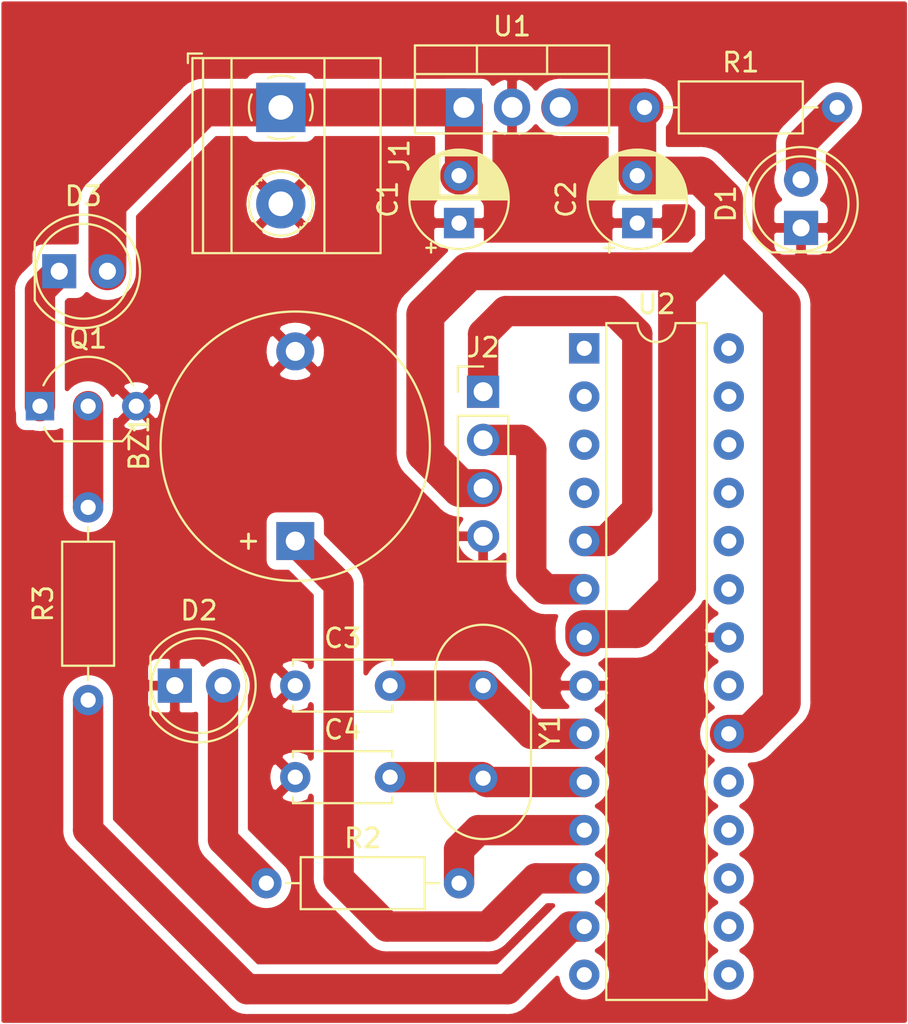
<source format=kicad_pcb>
(kicad_pcb (version 20211014) (generator pcbnew)
  (layers (0 "F.Cu" signal) (31 "B.Cu" signal) (34 "B.Paste" user) (35 "F.Paste" user) (36 "B.SilkS" user "B.Silkscreen") (37 "F.SilkS" user "F.Silkscreen") (38 "B.Mask" user) (39 "F.Mask" user) (44 "Edge.Cuts" user))
  (net 0 "")
  (net 1 "Net-(BZ1-Pad1)")
  (net 2 "GND")
  (net 3 "+9V")
  (net 4 "+5V")
  (net 5 "Net-(C3-Pad2)")
  (net 6 "Net-(C4-Pad2)")
  (net 7 "Net-(D1-Pad2)")
  (net 8 "Net-(D2-Pad2)")
  (net 9 "Net-(J2-Pad2)")
  (net 10 "Net-(J2-Pad1)")
  (net 11 "Net-(Q1-Pad2)")
  (net 12 "Net-(R2-Pad2)")
  (net 13 "Net-(R3-Pad1)")
  (net 14 "Net-(D3-Pad1)")
  (footprint "Buzzer_Beeper:Buzzer_D14mm_H7mm_P10mm" (layer "F.Cu") (at 94.742 78.994 90)
    (fp_text reference "BZ1" (at 5.16 -8.23 90) (layer "F.SilkS"))
    (fp_text value "Buzzer")
    (fp_text user "+" (at -0.01 -2.54 90) (layer "F.SilkS"))
    (fp_circle (center 5 0) (end 12.1 0) (layer "F.SilkS") (width 0.12) (fill none))
    (pad "1" thru_hole rect locked (at 0 0 90) (size 2 2) (drill 1) (layers *.Cu *.Mask) (net 1 "Net-(BZ1-Pad1)"))
    (pad "2" thru_hole circle locked (at 10 0 90) (size 2 2) (drill 1) (layers *.Cu *.Mask) (net 2 "GND"))
  )
  (footprint "Capacitor_THT:CP_Radial_D5.0mm_P2.50mm" (layer "F.Cu") (at 103.378 62.23 90)
    (fp_text reference "C1" (at 1.25 -3.75 90) (layer "F.SilkS"))
    (fp_text value "10uf")
    (fp_line (start 2.851 1.04) (end 2.851 2.035) (layer "F.SilkS") (width 0.12))
    (fp_line (start 3.331 1.04) (end 3.331 1.554) (layer "F.SilkS") (width 0.12))
    (fp_line (start 2.891 -2.004) (end 2.891 -1.04) (layer "F.SilkS") (width 0.12))
    (fp_line (start 2.931 1.04) (end 2.931 1.971) (layer "F.SilkS") (width 0.12))
    (fp_line (start 2.051 -2.455) (end 2.051 -1.04) (layer "F.SilkS") (width 0.12))
    (fp_line (start 3.691 -0.915) (end 3.691 0.915) (layer "F.SilkS") (width 0.12))
    (fp_line (start 2.011 1.04) (end 2.011 2.468) (layer "F.SilkS") (width 0.12))
    (fp_line (start 2.611 -2.2) (end 2.611 -1.04) (layer "F.SilkS") (width 0.12))
    (fp_line (start 3.011 1.04) (end 3.011 1.901) (layer "F.SilkS") (width 0.12))
    (fp_line (start 3.411 -1.443) (end 3.411 -1.04) (layer "F.SilkS") (width 0.12))
    (fp_line (start 2.291 1.04) (end 2.291 2.365) (layer "F.SilkS") (width 0.12))
    (fp_line (start 1.81 -2.52) (end 1.81 -1.04) (layer "F.SilkS") (width 0.12))
    (fp_line (start 2.091 -2.442) (end 2.091 -1.04) (layer "F.SilkS") (width 0.12))
    (fp_line (start 3.411 1.04) (end 3.411 1.443) (layer "F.SilkS") (width 0.12))
    (fp_line (start 1.89 -2.501) (end 1.89 -1.04) (layer "F.SilkS") (width 0.12))
    (fp_line (start 2.851 -2.035) (end 2.851 -1.04) (layer "F.SilkS") (width 0.12))
    (fp_line (start 2.131 1.04) (end 2.131 2.428) (layer "F.SilkS") (width 0.12))
    (fp_line (start 3.851 -0.284) (end 3.851 0.284) (layer "F.SilkS") (width 0.12))
    (fp_line (start 3.091 -1.826) (end 3.091 -1.04) (layer "F.SilkS") (width 0.12))
    (fp_line (start 1.77 -2.528) (end 1.77 -1.04) (layer "F.SilkS") (width 0.12))
    (fp_line (start 1.57 -2.561) (end 1.57 -1.04) (layer "F.SilkS") (width 0.12))
    (fp_line (start 3.291 1.04) (end 3.291 1.605) (layer "F.SilkS") (width 0.12))
    (fp_line (start 3.371 1.04) (end 3.371 1.5) (layer "F.SilkS") (width 0.12))
    (fp_line (start 1.69 1.04) (end 1.69 2.543) (layer "F.SilkS") (width 0.12))
    (fp_line (start 2.491 -2.268) (end 2.491 -1.04) (layer "F.SilkS") (width 0.12))
    (fp_line (start 2.971 -1.937) (end 2.971 -1.04) (layer "F.SilkS") (width 0.12))
    (fp_line (start 1.29 -2.58) (end 1.29 2.58) (layer "F.SilkS") (width 0.12))
    (fp_line (start 1.971 1.04) (end 1.971 2.48) (layer "F.SilkS") (width 0.12))
    (fp_line (start 2.131 -2.428) (end 2.131 -1.04) (layer "F.SilkS") (width 0.12))
    (fp_line (start 2.691 -2.149) (end 2.691 -1.04) (layer "F.SilkS") (width 0.12))
    (fp_line (start 2.651 -2.175) (end 2.651 -1.04) (layer "F.SilkS") (width 0.12))
    (fp_line (start 2.811 -2.065) (end 2.811 -1.04) (layer "F.SilkS") (width 0.12))
    (fp_line (start 1.53 1.04) (end 1.53 2.565) (layer "F.SilkS") (width 0.12))
    (fp_line (start 2.691 1.04) (end 2.691 2.149) (layer "F.SilkS") (width 0.12))
    (fp_line (start 2.331 1.04) (end 2.331 2.348) (layer "F.SilkS") (width 0.12))
    (fp_line (start 1.57 1.04) (end 1.57 2.561) (layer "F.SilkS") (width 0.12))
    (fp_line (start 3.451 -1.383) (end 3.451 -1.04) (layer "F.SilkS") (width 0.12))
    (fp_line (start 1.81 1.04) (end 1.81 2.52) (layer "F.SilkS") (width 0.12))
    (fp_line (start 1.65 -2.55) (end 1.65 -1.04) (layer "F.SilkS") (width 0.12))
    (fp_line (start 2.771 1.04) (end 2.771 2.095) (layer "F.SilkS") (width 0.12))
    (fp_line (start 3.251 -1.653) (end 3.251 -1.04) (layer "F.SilkS") (width 0.12))
    (fp_line (start 3.211 -1.699) (end 3.211 -1.04) (layer "F.SilkS") (width 0.12))
    (fp_line (start 2.251 1.04) (end 2.251 2.382) (layer "F.SilkS") (width 0.12))
    (fp_line (start 3.531 1.04) (end 3.531 1.251) (layer "F.SilkS") (width 0.12))
    (fp_line (start 3.531 -1.251) (end 3.531 -1.04) (layer "F.SilkS") (width 0.12))
    (fp_line (start 3.771 -0.677) (end 3.771 0.677) (layer "F.SilkS") (width 0.12))
    (fp_line (start 3.331 -1.554) (end 3.331 -1.04) (layer "F.SilkS") (width 0.12))
    (fp_line (start 3.651 -1.011) (end 3.651 1.011) (layer "F.SilkS") (width 0.12))
    (fp_line (start 1.41 -2.576) (end 1.41 2.576) (layer "F.SilkS") (width 0.12))
    (fp_line (start 3.051 -1.864) (end 3.051 -1.04) (layer "F.SilkS") (width 0.12))
    (fp_line (start 3.011 -1.901) (end 3.011 -1.04) (layer "F.SilkS") (width 0.12))
    (fp_line (start 1.93 -2.491) (end 1.93 -1.04) (layer "F.SilkS") (width 0.12))
    (fp_line (start 1.85 1.04) (end 1.85 2.511) (layer "F.SilkS") (width 0.12))
    (fp_line (start 1.53 -2.565) (end 1.53 -1.04) (layer "F.SilkS") (width 0.12))
    (fp_line (start 1.73 1.04) (end 1.73 2.536) (layer "F.SilkS") (width 0.12))
    (fp_line (start 1.49 1.04) (end 1.49 2.569) (layer "F.SilkS") (width 0.12))
    (fp_line (start 3.451 1.04) (end 3.451 1.383) (layer "F.SilkS") (width 0.12))
    (fp_line (start 2.971 1.04) (end 2.971 1.937) (layer "F.SilkS") (width 0.12))
    (fp_line (start 2.411 -2.31) (end 2.411 -1.04) (layer "F.SilkS") (width 0.12))
    (fp_line (start 3.491 -1.319) (end 3.491 -1.04) (layer "F.SilkS") (width 0.12))
    (fp_line (start 2.451 1.04) (end 2.451 2.29) (layer "F.SilkS") (width 0.12))
    (fp_line (start 2.731 -2.122) (end 2.731 -1.04) (layer "F.SilkS") (width 0.12))
    (fp_line (start 1.61 -2.556) (end 1.61 -1.04) (layer "F.SilkS") (width 0.12))
    (fp_line (start 1.49 -2.569) (end 1.49 -1.04) (layer "F.SilkS") (width 0.12))
    (fp_line (start 2.251 -2.382) (end 2.251 -1.04) (layer "F.SilkS") (width 0.12))
    (fp_line (start 1.73 -2.536) (end 1.73 -1.04) (layer "F.SilkS") (width 0.12))
    (fp_line (start 2.531 -2.247) (end 2.531 -1.04) (layer "F.SilkS") (width 0.12))
    (fp_line (start 1.89 1.04) (end 1.89 2.501) (layer "F.SilkS") (width 0.12))
    (fp_line (start 2.571 1.04) (end 2.571 2.224) (layer "F.SilkS") (width 0.12))
    (fp_line (start 1.85 -2.511) (end 1.85 -1.04) (layer "F.SilkS") (width 0.12))
    (fp_line (start 3.611 -1.098) (end 3.611 1.098) (layer "F.SilkS") (width 0.12))
    (fp_line (start 2.371 -2.329) (end 2.371 -1.04) (layer "F.SilkS") (width 0.12))
    (fp_line (start 3.091 1.04) (end 3.091 1.826) (layer "F.SilkS") (width 0.12))
    (fp_line (start 1.69 -2.543) (end 1.69 -1.04) (layer "F.SilkS") (width 0.12))
    (fp_line (start 2.491 1.04) (end 2.491 2.268) (layer "F.SilkS") (width 0.12))
    (fp_line (start 1.25 -2.58) (end 1.25 2.58) (layer "F.SilkS") (width 0.12))
    (fp_line (start 2.731 1.04) (end 2.731 2.122) (layer "F.SilkS") (width 0.12))
    (fp_line (start -1.554775 -1.475) (end -1.054775 -1.475) (layer "F.SilkS") (width 0.12))
    (fp_line (start 2.171 -2.414) (end 2.171 -1.04) (layer "F.SilkS") (width 0.12))
    (fp_line (start 3.131 1.04) (end 3.131 1.785) (layer "F.SilkS") (width 0.12))
    (fp_line (start 2.571 -2.224) (end 2.571 -1.04) (layer "F.SilkS") (width 0.12))
    (fp_line (start 2.051 1.04) (end 2.051 2.455) (layer "F.SilkS") (width 0.12))
    (fp_line (start 2.651 1.04) (end 2.651 2.175) (layer "F.SilkS") (width 0.12))
    (fp_line (start 1.37 -2.578) (end 1.37 2.578) (layer "F.SilkS") (width 0.12))
    (fp_line (start 2.811 1.04) (end 2.811 2.065) (layer "F.SilkS") (width 0.12))
    (fp_line (start 3.171 -1.743) (end 3.171 -1.04) (layer "F.SilkS") (width 0.12))
    (fp_line (start 2.891 1.04) (end 2.891 2.004) (layer "F.SilkS") (width 0.12))
    (fp_line (start 3.291 -1.605) (end 3.291 -1.04) (layer "F.SilkS") (width 0.12))
    (fp_line (start 2.171 1.04) (end 2.171 2.414) (layer "F.SilkS") (width 0.12))
    (fp_line (start 2.091 1.04) (end 2.091 2.442) (layer "F.SilkS") (width 0.12))
    (fp_line (start -1.304775 -1.725) (end -1.304775 -1.225) (layer "F.SilkS") (width 0.12))
    (fp_line (start 1.61 1.04) (end 1.61 2.556) (layer "F.SilkS") (width 0.12))
    (fp_line (start 2.931 -1.971) (end 2.931 -1.04) (layer "F.SilkS") (width 0.12))
    (fp_line (start 2.531 1.04) (end 2.531 2.247) (layer "F.SilkS") (width 0.12))
    (fp_line (start 2.611 1.04) (end 2.611 2.2) (layer "F.SilkS") (width 0.12))
    (fp_line (start 1.33 -2.579) (end 1.33 2.579) (layer "F.SilkS") (width 0.12))
    (fp_line (start 2.211 1.04) (end 2.211 2.398) (layer "F.SilkS") (width 0.12))
    (fp_line (start 2.291 -2.365) (end 2.291 -1.04) (layer "F.SilkS") (width 0.12))
    (fp_line (start 2.011 -2.468) (end 2.011 -1.04) (layer "F.SilkS") (width 0.12))
    (fp_line (start 3.491 1.04) (end 3.491 1.319) (layer "F.SilkS") (width 0.12))
    (fp_line (start 3.171 1.04) (end 3.171 1.743) (layer "F.SilkS") (width 0.12))
    (fp_line (start 1.65 1.04) (end 1.65 2.55) (layer "F.SilkS") (width 0.12))
    (fp_line (start 1.45 -2.573) (end 1.45 2.573) (layer "F.SilkS") (width 0.12))
    (fp_line (start 1.971 -2.48) (end 1.971 -1.04) (layer "F.SilkS") (width 0.12))
    (fp_line (start 1.93 1.04) (end 1.93 2.491) (layer "F.SilkS") (width 0.12))
    (fp_line (start 3.211 1.04) (end 3.211 1.699) (layer "F.SilkS") (width 0.12))
    (fp_line (start 2.771 -2.095) (end 2.771 -1.04) (layer "F.SilkS") (width 0.12))
    (fp_line (start 3.131 -1.785) (end 3.131 -1.04) (layer "F.SilkS") (width 0.12))
    (fp_line (start 2.331 -2.348) (end 2.331 -1.04) (layer "F.SilkS") (width 0.12))
    (fp_line (start 3.571 -1.178) (end 3.571 1.178) (layer "F.SilkS") (width 0.12))
    (fp_line (start 2.451 -2.29) (end 2.451 -1.04) (layer "F.SilkS") (width 0.12))
    (fp_line (start 3.731 -0.805) (end 3.731 0.805) (layer "F.SilkS") (width 0.12))
    (fp_line (start 3.811 -0.518) (end 3.811 0.518) (layer "F.SilkS") (width 0.12))
    (fp_line (start 1.77 1.04) (end 1.77 2.528) (layer "F.SilkS") (width 0.12))
    (fp_line (start 3.251 1.04) (end 3.251 1.653) (layer "F.SilkS") (width 0.12))
    (fp_line (start 2.371 1.04) (end 2.371 2.329) (layer "F.SilkS") (width 0.12))
    (fp_line (start 2.211 -2.398) (end 2.211 -1.04) (layer "F.SilkS") (width 0.12))
    (fp_line (start 3.371 -1.5) (end 3.371 -1.04) (layer "F.SilkS") (width 0.12))
    (fp_line (start 3.051 1.04) (end 3.051 1.864) (layer "F.SilkS") (width 0.12))
    (fp_line (start 2.411 1.04) (end 2.411 2.31) (layer "F.SilkS") (width 0.12))
    (fp_circle (center 1.25 0) (end 3.87 0) (layer "F.SilkS") (width 0.12) (fill none))
    (pad "1" thru_hole rect locked (at 0 0 90) (size 1.6 1.6) (drill 0.8) (layers *.Cu *.Mask) (net 2 "GND"))
    (pad "2" thru_hole circle locked (at 2.5 0 90) (size 1.6 1.6) (drill 0.8) (layers *.Cu *.Mask) (net 3 "+9V"))
  )
  (footprint "Capacitor_THT:CP_Radial_D5.0mm_P2.50mm" (layer "F.Cu") (at 112.776 62.23 90)
    (fp_text reference "C2" (at 1.25 -3.75 90) (layer "F.SilkS"))
    (fp_text value "100uf")
    (fp_line (start 2.651 1.04) (end 2.651 2.175) (layer "F.SilkS") (width 0.12))
    (fp_line (start 3.571 -1.178) (end 3.571 1.178) (layer "F.SilkS") (width 0.12))
    (fp_line (start 1.73 1.04) (end 1.73 2.536) (layer "F.SilkS") (width 0.12))
    (fp_line (start 3.651 -1.011) (end 3.651 1.011) (layer "F.SilkS") (width 0.12))
    (fp_line (start 2.411 -2.31) (end 2.411 -1.04) (layer "F.SilkS") (width 0.12))
    (fp_line (start 2.931 -1.971) (end 2.931 -1.04) (layer "F.SilkS") (width 0.12))
    (fp_line (start 1.65 -2.55) (end 1.65 -1.04) (layer "F.SilkS") (width 0.12))
    (fp_line (start 1.971 -2.48) (end 1.971 -1.04) (layer "F.SilkS") (width 0.12))
    (fp_line (start 2.211 -2.398) (end 2.211 -1.04) (layer "F.SilkS") (width 0.12))
    (fp_line (start 1.53 1.04) (end 1.53 2.565) (layer "F.SilkS") (width 0.12))
    (fp_line (start 1.65 1.04) (end 1.65 2.55) (layer "F.SilkS") (width 0.12))
    (fp_line (start 2.051 1.04) (end 2.051 2.455) (layer "F.SilkS") (width 0.12))
    (fp_line (start 3.771 -0.677) (end 3.771 0.677) (layer "F.SilkS") (width 0.12))
    (fp_line (start 2.211 1.04) (end 2.211 2.398) (layer "F.SilkS") (width 0.12))
    (fp_line (start 2.091 -2.442) (end 2.091 -1.04) (layer "F.SilkS") (width 0.12))
    (fp_line (start 1.53 -2.565) (end 1.53 -1.04) (layer "F.SilkS") (width 0.12))
    (fp_line (start 1.89 -2.501) (end 1.89 -1.04) (layer "F.SilkS") (width 0.12))
    (fp_line (start 3.131 -1.785) (end 3.131 -1.04) (layer "F.SilkS") (width 0.12))
    (fp_line (start 1.33 -2.579) (end 1.33 2.579) (layer "F.SilkS") (width 0.12))
    (fp_line (start 3.331 -1.554) (end 3.331 -1.04) (layer "F.SilkS") (width 0.12))
    (fp_line (start 3.211 -1.699) (end 3.211 -1.04) (layer "F.SilkS") (width 0.12))
    (fp_line (start 2.451 1.04) (end 2.451 2.29) (layer "F.SilkS") (width 0.12))
    (fp_line (start 3.451 1.04) (end 3.451 1.383) (layer "F.SilkS") (width 0.12))
    (fp_line (start 2.891 1.04) (end 2.891 2.004) (layer "F.SilkS") (width 0.12))
    (fp_line (start 3.211 1.04) (end 3.211 1.699) (layer "F.SilkS") (width 0.12))
    (fp_line (start 2.611 1.04) (end 2.611 2.2) (layer "F.SilkS") (width 0.12))
    (fp_line (start 3.811 -0.518) (end 3.811 0.518) (layer "F.SilkS") (width 0.12))
    (fp_line (start -1.554775 -1.475) (end -1.054775 -1.475) (layer "F.SilkS") (width 0.12))
    (fp_line (start 2.051 -2.455) (end 2.051 -1.04) (layer "F.SilkS") (width 0.12))
    (fp_line (start 2.691 1.04) (end 2.691 2.149) (layer "F.SilkS") (width 0.12))
    (fp_line (start 3.251 1.04) (end 3.251 1.653) (layer "F.SilkS") (width 0.12))
    (fp_line (start 1.69 -2.543) (end 1.69 -1.04) (layer "F.SilkS") (width 0.12))
    (fp_line (start 3.731 -0.805) (end 3.731 0.805) (layer "F.SilkS") (width 0.12))
    (fp_line (start 1.93 -2.491) (end 1.93 -1.04) (layer "F.SilkS") (width 0.12))
    (fp_line (start 1.49 1.04) (end 1.49 2.569) (layer "F.SilkS") (width 0.12))
    (fp_line (start 2.931 1.04) (end 2.931 1.971) (layer "F.SilkS") (width 0.12))
    (fp_line (start 2.891 -2.004) (end 2.891 -1.04) (layer "F.SilkS") (width 0.12))
    (fp_line (start 3.171 1.04) (end 3.171 1.743) (layer "F.SilkS") (width 0.12))
    (fp_line (start 3.091 1.04) (end 3.091 1.826) (layer "F.SilkS") (width 0.12))
    (fp_line (start 3.531 -1.251) (end 3.531 -1.04) (layer "F.SilkS") (width 0.12))
    (fp_line (start 3.171 -1.743) (end 3.171 -1.04) (layer "F.SilkS") (width 0.12))
    (fp_line (start 3.051 -1.864) (end 3.051 -1.04) (layer "F.SilkS") (width 0.12))
    (fp_line (start 3.011 -1.901) (end 3.011 -1.04) (layer "F.SilkS") (width 0.12))
    (fp_line (start 3.411 -1.443) (end 3.411 -1.04) (layer "F.SilkS") (width 0.12))
    (fp_line (start 2.251 -2.382) (end 2.251 -1.04) (layer "F.SilkS") (width 0.12))
    (fp_line (start 2.531 1.04) (end 2.531 2.247) (layer "F.SilkS") (width 0.12))
    (fp_line (start 3.291 -1.605) (end 3.291 -1.04) (layer "F.SilkS") (width 0.12))
    (fp_line (start 2.971 -1.937) (end 2.971 -1.04) (layer "F.SilkS") (width 0.12))
    (fp_line (start 1.93 1.04) (end 1.93 2.491) (layer "F.SilkS") (width 0.12))
    (fp_line (start 2.491 -2.268) (end 2.491 -1.04) (layer "F.SilkS") (width 0.12))
    (fp_line (start 2.331 -2.348) (end 2.331 -1.04) (layer "F.SilkS") (width 0.12))
    (fp_line (start 3.291 1.04) (end 3.291 1.605) (layer "F.SilkS") (width 0.12))
    (fp_line (start 1.85 1.04) (end 1.85 2.511) (layer "F.SilkS") (width 0.12))
    (fp_line (start 2.571 1.04) (end 2.571 2.224) (layer "F.SilkS") (width 0.12))
    (fp_line (start 3.411 1.04) (end 3.411 1.443) (layer "F.SilkS") (width 0.12))
    (fp_line (start 1.41 -2.576) (end 1.41 2.576) (layer "F.SilkS") (width 0.12))
    (fp_line (start 1.81 1.04) (end 1.81 2.52) (layer "F.SilkS") (width 0.12))
    (fp_line (start 2.571 -2.224) (end 2.571 -1.04) (layer "F.SilkS") (width 0.12))
    (fp_line (start 3.531 1.04) (end 3.531 1.251) (layer "F.SilkS") (width 0.12))
    (fp_line (start 2.131 -2.428) (end 2.131 -1.04) (layer "F.SilkS") (width 0.12))
    (fp_line (start 1.61 -2.556) (end 1.61 -1.04) (layer "F.SilkS") (width 0.12))
    (fp_line (start 3.371 -1.5) (end 3.371 -1.04) (layer "F.SilkS") (width 0.12))
    (fp_line (start 2.731 -2.122) (end 2.731 -1.04) (layer "F.SilkS") (width 0.12))
    (fp_line (start 3.491 1.04) (end 3.491 1.319) (layer "F.SilkS") (width 0.12))
    (fp_line (start 2.851 -2.035) (end 2.851 -1.04) (layer "F.SilkS") (width 0.12))
    (fp_line (start 3.851 -0.284) (end 3.851 0.284) (layer "F.SilkS") (width 0.12))
    (fp_line (start 2.011 1.04) (end 2.011 2.468) (layer "F.SilkS") (width 0.12))
    (fp_line (start 2.691 -2.149) (end 2.691 -1.04) (layer "F.SilkS") (width 0.12))
    (fp_line (start 3.011 1.04) (end 3.011 1.901) (layer "F.SilkS") (width 0.12))
    (fp_line (start 3.611 -1.098) (end 3.611 1.098) (layer "F.SilkS") (width 0.12))
    (fp_line (start 2.371 -2.329) (end 2.371 -1.04) (layer "F.SilkS") (width 0.12))
    (fp_line (start 2.171 1.04) (end 2.171 2.414) (layer "F.SilkS") (width 0.12))
    (fp_line (start 2.851 1.04) (end 2.851 2.035) (layer "F.SilkS") (width 0.12))
    (fp_line (start 1.37 -2.578) (end 1.37 2.578) (layer "F.SilkS") (width 0.12))
    (fp_line (start 2.451 -2.29) (end 2.451 -1.04) (layer "F.SilkS") (width 0.12))
    (fp_line (start 3.091 -1.826) (end 3.091 -1.04) (layer "F.SilkS") (width 0.12))
    (fp_line (start 3.331 1.04) (end 3.331 1.554) (layer "F.SilkS") (width 0.12))
    (fp_line (start 2.251 1.04) (end 2.251 2.382) (layer "F.SilkS") (width 0.12))
    (fp_line (start 3.491 -1.319) (end 3.491 -1.04) (layer "F.SilkS") (width 0.12))
    (fp_line (start 2.411 1.04) (end 2.411 2.31) (layer "F.SilkS") (width 0.12))
    (fp_line (start 2.811 1.04) (end 2.811 2.065) (layer "F.SilkS") (width 0.12))
    (fp_line (start 1.85 -2.511) (end 1.85 -1.04) (layer "F.SilkS") (width 0.12))
    (fp_line (start 1.49 -2.569) (end 1.49 -1.04) (layer "F.SilkS") (width 0.12))
    (fp_line (start 2.331 1.04) (end 2.331 2.348) (layer "F.SilkS") (width 0.12))
    (fp_line (start 2.491 1.04) (end 2.491 2.268) (layer "F.SilkS") (width 0.12))
    (fp_line (start 1.77 -2.528) (end 1.77 -1.04) (layer "F.SilkS") (width 0.12))
    (fp_line (start 1.69 1.04) (end 1.69 2.543) (layer "F.SilkS") (width 0.12))
    (fp_line (start -1.304775 -1.725) (end -1.304775 -1.225) (layer "F.SilkS") (width 0.12))
    (fp_line (start 1.73 -2.536) (end 1.73 -1.04) (layer "F.SilkS") (width 0.12))
    (fp_line (start 3.251 -1.653) (end 3.251 -1.04) (layer "F.SilkS") (width 0.12))
    (fp_line (start 2.771 -2.095) (end 2.771 -1.04) (layer "F.SilkS") (width 0.12))
    (fp_line (start 3.451 -1.383) (end 3.451 -1.04) (layer "F.SilkS") (width 0.12))
    (fp_line (start 2.731 1.04) (end 2.731 2.122) (layer "F.SilkS") (width 0.12))
    (fp_line (start 1.81 -2.52) (end 1.81 -1.04) (layer "F.SilkS") (width 0.12))
    (fp_line (start 1.45 -2.573) (end 1.45 2.573) (layer "F.SilkS") (width 0.12))
    (fp_line (start 3.691 -0.915) (end 3.691 0.915) (layer "F.SilkS") (width 0.12))
    (fp_line (start 3.131 1.04) (end 3.131 1.785) (layer "F.SilkS") (width 0.12))
    (fp_line (start 2.651 -2.175) (end 2.651 -1.04) (layer "F.SilkS") (width 0.12))
    (fp_line (start 1.25 -2.58) (end 1.25 2.58) (layer "F.SilkS") (width 0.12))
    (fp_line (start 1.57 -2.561) (end 1.57 -1.04) (layer "F.SilkS") (width 0.12))
    (fp_line (start 2.971 1.04) (end 2.971 1.937) (layer "F.SilkS") (width 0.12))
    (fp_line (start 2.371 1.04) (end 2.371 2.329) (layer "F.SilkS") (width 0.12))
    (fp_line (start 1.61 1.04) (end 1.61 2.556) (layer "F.SilkS") (width 0.12))
    (fp_line (start 3.051 1.04) (end 3.051 1.864) (layer "F.SilkS") (width 0.12))
    (fp_line (start 2.291 1.04) (end 2.291 2.365) (layer "F.SilkS") (width 0.12))
    (fp_line (start 2.171 -2.414) (end 2.171 -1.04) (layer "F.SilkS") (width 0.12))
    (fp_line (start 2.131 1.04) (end 2.131 2.428) (layer "F.SilkS") (width 0.12))
    (fp_line (start 1.89 1.04) (end 1.89 2.501) (layer "F.SilkS") (width 0.12))
    (fp_line (start 2.531 -2.247) (end 2.531 -1.04) (layer "F.SilkS") (width 0.12))
    (fp_line (start 2.091 1.04) (end 2.091 2.442) (layer "F.SilkS") (width 0.12))
    (fp_line (start 1.57 1.04) (end 1.57 2.561) (layer "F.SilkS") (width 0.12))
    (fp_line (start 2.611 -2.2) (end 2.611 -1.04) (layer "F.SilkS") (width 0.12))
    (fp_line (start 3.371 1.04) (end 3.371 1.5) (layer "F.SilkS") (width 0.12))
    (fp_line (start 2.811 -2.065) (end 2.811 -1.04) (layer "F.SilkS") (width 0.12))
    (fp_line (start 2.011 -2.468) (end 2.011 -1.04) (layer "F.SilkS") (width 0.12))
    (fp_line (start 2.771 1.04) (end 2.771 2.095) (layer "F.SilkS") (width 0.12))
    (fp_line (start 1.971 1.04) (end 1.971 2.48) (layer "F.SilkS") (width 0.12))
    (fp_line (start 1.77 1.04) (end 1.77 2.528) (layer "F.SilkS") (width 0.12))
    (fp_line (start 2.291 -2.365) (end 2.291 -1.04) (layer "F.SilkS") (width 0.12))
    (fp_line (start 1.29 -2.58) (end 1.29 2.58) (layer "F.SilkS") (width 0.12))
    (fp_circle (center 1.25 0) (end 3.87 0) (layer "F.SilkS") (width 0.12) (fill none))
    (pad "1" thru_hole rect locked (at 0 0 90) (size 1.6 1.6) (drill 0.8) (layers *.Cu *.Mask) (net 2 "GND"))
    (pad "2" thru_hole circle locked (at 2.5 0 90) (size 1.6 1.6) (drill 0.8) (layers *.Cu *.Mask) (net 4 "+5V"))
  )
  (footprint "Capacitor_THT:C_Disc_D5.0mm_W2.5mm_P5.00mm" (layer "F.Cu") (at 94.742 86.614)
    (fp_text reference "C3" (at 2.5 -2.5) (layer "F.SilkS"))
    (fp_text value "22pf")
    (fp_line (start -0.12 1.055) (end -0.12 1.37) (layer "F.SilkS") (width 0.12))
    (fp_line (start -0.12 -1.37) (end 5.12 -1.37) (layer "F.SilkS") (width 0.12))
    (fp_line (start -0.12 1.37) (end 5.12 1.37) (layer "F.SilkS") (width 0.12))
    (fp_line (start -0.12 -1.37) (end -0.12 -1.055) (layer "F.SilkS") (width 0.12))
    (fp_line (start 5.12 -1.37) (end 5.12 -1.055) (layer "F.SilkS") (width 0.12))
    (fp_line (start 5.12 1.055) (end 5.12 1.37) (layer "F.SilkS") (width 0.12))
    (pad "1" thru_hole circle locked (at 0 0) (size 1.6 1.6) (drill 0.8) (layers *.Cu *.Mask) (net 2 "GND"))
    (pad "2" thru_hole circle locked (at 5 0) (size 1.6 1.6) (drill 0.8) (layers *.Cu *.Mask) (net 5 "Net-(C3-Pad2)"))
  )
  (footprint "Capacitor_THT:C_Disc_D5.0mm_W2.5mm_P5.00mm" (layer "F.Cu") (at 94.742 91.44)
    (fp_text reference "C4" (at 2.5 -2.5) (layer "F.SilkS"))
    (fp_text value "22pf")
    (fp_line (start -0.12 1.37) (end 5.12 1.37) (layer "F.SilkS") (width 0.12))
    (fp_line (start 5.12 1.055) (end 5.12 1.37) (layer "F.SilkS") (width 0.12))
    (fp_line (start 5.12 -1.37) (end 5.12 -1.055) (layer "F.SilkS") (width 0.12))
    (fp_line (start -0.12 -1.37) (end -0.12 -1.055) (layer "F.SilkS") (width 0.12))
    (fp_line (start -0.12 1.055) (end -0.12 1.37) (layer "F.SilkS") (width 0.12))
    (fp_line (start -0.12 -1.37) (end 5.12 -1.37) (layer "F.SilkS") (width 0.12))
    (pad "1" thru_hole circle locked (at 0 0) (size 1.6 1.6) (drill 0.8) (layers *.Cu *.Mask) (net 2 "GND"))
    (pad "2" thru_hole circle locked (at 5 0) (size 1.6 1.6) (drill 0.8) (layers *.Cu *.Mask) (net 6 "Net-(C4-Pad2)"))
  )
  (footprint "LED_THT:LED_D5.0mm" (layer "F.Cu") (at 121.412 62.484 90)
    (fp_text reference "D1" (at 1.27 -3.96 90) (layer "F.SilkS"))
    (fp_text value "LED")
    (fp_line (start -1.29 -1.545) (end -1.29 1.545) (layer "F.SilkS") (width 0.12))
    (fp_arc (start -1.29 -1.54483) (mid 2.072002 -2.880433) (end 4.26 0.000462) (layer "F.SilkS") (width 0.12))
    (fp_arc (start 4.26 -0.000462) (mid 2.072002 2.880433) (end -1.29 1.54483) (layer "F.SilkS") (width 0.12))
    (fp_circle (center 1.27 0) (end 3.77 0) (layer "F.SilkS") (width 0.12) (fill none))
    (pad "1" thru_hole rect locked (at 0 0 90) (size 1.8 1.8) (drill 0.9) (layers *.Cu *.Mask) (net 2 "GND"))
    (pad "2" thru_hole circle locked (at 2.54 0 90) (size 1.8 1.8) (drill 0.9) (layers *.Cu *.Mask) (net 7 "Net-(D1-Pad2)"))
  )
  (footprint "LED_THT:LED_D5.0mm" (layer "F.Cu") (at 88.392 86.614)
    (fp_text reference "D2" (at 1.27 -3.96) (layer "F.SilkS"))
    (fp_text value "LED")
    (fp_line (start -1.29 -1.545) (end -1.29 1.545) (layer "F.SilkS") (width 0.12))
    (fp_arc (start 4.26 -0.000462) (mid 2.072002 2.880433) (end -1.29 1.54483) (layer "F.SilkS") (width 0.12))
    (fp_arc (start -1.29 -1.54483) (mid 2.072002 -2.880433) (end 4.26 0.000462) (layer "F.SilkS") (width 0.12))
    (fp_circle (center 1.27 0) (end 3.77 0) (layer "F.SilkS") (width 0.12) (fill none))
    (pad "1" thru_hole rect locked (at 0 0) (size 1.8 1.8) (drill 0.9) (layers *.Cu *.Mask) (net 2 "GND"))
    (pad "2" thru_hole circle locked (at 2.54 0) (size 1.8 1.8) (drill 0.9) (layers *.Cu *.Mask) (net 8 "Net-(D2-Pad2)"))
  )
  (footprint "TerminalBlock_Phoenix:TerminalBlock_Phoenix_MKDS-1,5-2-5.08_1x02_P5.08mm_Horizontal" (layer "F.Cu") (at 93.98 56.134 -90)
    (fp_text reference "J1" (at 2.54 -6.26 90) (layer "F.SilkS"))
    (fp_text value "Battery Connector")
    (fp_line (start -2.6 4.66) (end 7.68 4.66) (layer "F.SilkS") (width 0.12))
    (fp_line (start -2.6 -2.301) (end 7.68 -2.301) (layer "F.SilkS") (width 0.12))
    (fp_line (start 6.355 -1.069) (end 6.308 -1.023) (layer "F.SilkS") (width 0.12))
    (fp_line (start -2.84 4.9) (end -2.34 4.9) (layer "F.SilkS") (width 0.12))
    (fp_line (start 3.853 1.023) (end 3.806 1.069) (layer "F.SilkS") (width 0.12))
    (fp_line (start 4.046 1.239) (end 4.011 1.274) (layer "F.SilkS") (width 0.12))
    (fp_line (start -2.6 -5.261) (end -2.6 4.66) (layer "F.SilkS") (width 0.12))
    (fp_line (start -2.6 4.1) (end 7.68 4.1) (layer "F.SilkS") (width 0.12))
    (fp_line (start -2.6 -5.261) (end 7.68 -5.261) (layer "F.SilkS") (width 0.12))
    (fp_line (start 7.68 -5.261) (end 7.68 4.66) (layer "F.SilkS") (width 0.12))
    (fp_line (start -2.6 2.6) (end 7.68 2.6) (layer "F.SilkS") (width 0.12))
    (fp_line (start -2.84 4.16) (end -2.84 4.9) (layer "F.SilkS") (width 0.12))
    (fp_line (start 6.15 -1.275) (end 6.115 -1.239) (layer "F.SilkS") (width 0.12))
    (fp_arc (start -0.683042 -1.535427) (mid 0.000524 -1.680501) (end 0.684 -1.535) (layer "F.SilkS") (width 0.12))
    (fp_arc (start 0.683318 1.534756) (mid 0.349292 1.643288) (end 0 1.68) (layer "F.SilkS") (width 0.12))
    (fp_arc (start 0.028805 1.680253) (mid -0.335551 1.646659) (end -0.684 1.535) (layer "F.SilkS") (width 0.12))
    (fp_arc (start -1.535427 0.683042) (mid -1.680501 -0.000524) (end -1.535 -0.684) (layer "F.SilkS") (width 0.12))
    (fp_arc (start 1.535427 -0.683042) (mid 1.680501 0.000524) (end 1.535 0.684) (layer "F.SilkS") (width 0.12))
    (fp_circle (center 5.08 0) (end 6.76 0) (layer "F.SilkS") (width 0.12) (fill none))
    (pad "1" thru_hole rect locked (at 0 0 270) (size 2.6 2.6) (drill 1.3) (layers *.Cu *.Mask) (net 3 "+9V"))
    (pad "2" thru_hole circle locked (at 5.08 0 270) (size 2.6 2.6) (drill 1.3) (layers *.Cu *.Mask) (net 2 "GND"))
  )
  (footprint "Connector_PinHeader_2.54mm:PinHeader_1x04_P2.54mm_Vertical" (layer "F.Cu") (at 104.648 71.12)
    (fp_text reference "J2" (at 0 -2.33) (layer "F.SilkS"))
    (fp_text value "Ultrasonic connector")
    (fp_line (start -1.33 1.27) (end 1.33 1.27) (layer "F.SilkS") (width 0.12))
    (fp_line (start -1.33 0) (end -1.33 -1.33) (layer "F.SilkS") (width 0.12))
    (fp_line (start -1.33 8.95) (end 1.33 8.95) (layer "F.SilkS") (width 0.12))
    (fp_line (start -1.33 1.27) (end -1.33 8.95) (layer "F.SilkS") (width 0.12))
    (fp_line (start -1.33 -1.33) (end 0 -1.33) (layer "F.SilkS") (width 0.12))
    (fp_line (start 1.33 1.27) (end 1.33 8.95) (layer "F.SilkS") (width 0.12))
    (pad "1" thru_hole rect locked (at 0 0) (size 1.7 1.7) (drill 1) (layers *.Cu *.Mask) (net 10 "Net-(J2-Pad1)"))
    (pad "2" thru_hole oval locked (at 0 2.54) (size 1.7 1.7) (drill 1) (layers *.Cu *.Mask) (net 9 "Net-(J2-Pad2)"))
    (pad "3" thru_hole oval locked (at 0 5.08) (size 1.7 1.7) (drill 1) (layers *.Cu *.Mask) (net 4 "+5V"))
    (pad "4" thru_hole oval locked (at 0 7.62) (size 1.7 1.7) (drill 1) (layers *.Cu *.Mask) (net 2 "GND"))
  )
  (footprint "Package_TO_SOT_THT:TO-92_Inline_Wide" (layer "F.Cu") (at 81.28 71.882)
    (fp_text reference "Q1" (at 2.54 -3.56) (layer "F.SilkS"))
    (fp_text value "BC547")
    (fp_line (start 0.74 1.85) (end 4.34 1.85) (layer "F.SilkS") (width 0.12))
    (fp_arc (start 2.54 -2.6) (mid 3.936979 -2.192818) (end 4.8964 -1.098807) (layer "F.SilkS") (width 0.12))
    (fp_arc (start 0.74 1.85) (mid 0.446097 1.509328) (end 0.215816 1.122795) (layer "F.SilkS") (width 0.12))
    (fp_arc (start 4.864184 1.122795) (mid 4.633903 1.509328) (end 4.34 1.85) (layer "F.SilkS") (width 0.12))
    (fp_arc (start 0.1836 -1.098807) (mid 1.143021 -2.192817) (end 2.54 -2.6) (layer "F.SilkS") (width 0.12))
    (pad "1" thru_hole rect locked (at 0 0) (size 1.5 1.5) (drill 0.8) (layers *.Cu *.Mask) (net 14 "Net-(D3-Pad1)"))
    (pad "2" thru_hole circle locked (at 2.54 0) (size 1.5 1.5) (drill 0.8) (layers *.Cu *.Mask) (net 11 "Net-(Q1-Pad2)"))
    (pad "3" thru_hole circle locked (at 5.08 0) (size 1.5 1.5) (drill 0.8) (layers *.Cu *.Mask) (net 2 "GND"))
  )
  (footprint "Resistor_THT:R_Axial_DIN0207_L6.3mm_D2.5mm_P10.16mm_Horizontal" (layer "F.Cu") (at 113.157 56.134)
    (fp_text reference "R1" (at 5.08 -2.37) (layer "F.SilkS"))
    (fp_text value "330ohm")
    (fp_line (start 1.04 0) (end 1.81 0) (layer "F.SilkS") (width 0.12))
    (fp_line (start 1.81 1.37) (end 8.35 1.37) (layer "F.SilkS") (width 0.12))
    (fp_line (start 1.81 -1.37) (end 1.81 1.37) (layer "F.SilkS") (width 0.12))
    (fp_line (start 8.35 1.37) (end 8.35 -1.37) (layer "F.SilkS") (width 0.12))
    (fp_line (start 9.12 0) (end 8.35 0) (layer "F.SilkS") (width 0.12))
    (fp_line (start 8.35 -1.37) (end 1.81 -1.37) (layer "F.SilkS") (width 0.12))
    (pad "1" thru_hole circle locked (at 0 0) (size 1.6 1.6) (drill 0.8) (layers *.Cu *.Mask) (net 4 "+5V"))
    (pad "2" thru_hole oval locked (at 10.16 0) (size 1.6 1.6) (drill 0.8) (layers *.Cu *.Mask) (net 7 "Net-(D1-Pad2)"))
  )
  (footprint "Resistor_THT:R_Axial_DIN0207_L6.3mm_D2.5mm_P10.16mm_Horizontal" (layer "F.Cu") (at 93.218 97.028)
    (fp_text reference "R2" (at 5.08 -2.37) (layer "F.SilkS"))
    (fp_text value "330R")
    (fp_line (start 8.35 1.37) (end 8.35 -1.37) (layer "F.SilkS") (width 0.12))
    (fp_line (start 8.35 -1.37) (end 1.81 -1.37) (layer "F.SilkS") (width 0.12))
    (fp_line (start 1.81 -1.37) (end 1.81 1.37) (layer "F.SilkS") (width 0.12))
    (fp_line (start 1.81 1.37) (end 8.35 1.37) (layer "F.SilkS") (width 0.12))
    (fp_line (start 1.04 0) (end 1.81 0) (layer "F.SilkS") (width 0.12))
    (fp_line (start 9.12 0) (end 8.35 0) (layer "F.SilkS") (width 0.12))
    (pad "1" thru_hole circle locked (at 0 0) (size 1.6 1.6) (drill 0.8) (layers *.Cu *.Mask) (net 8 "Net-(D2-Pad2)"))
    (pad "2" thru_hole oval locked (at 10.16 0) (size 1.6 1.6) (drill 0.8) (layers *.Cu *.Mask) (net 12 "Net-(R2-Pad2)"))
  )
  (footprint "Resistor_THT:R_Axial_DIN0207_L6.3mm_D2.5mm_P10.16mm_Horizontal" (layer "F.Cu") (at 83.82 87.376 90)
    (fp_text reference "R3" (at 5.08 -2.37 90) (layer "F.SilkS"))
    (fp_text value "1k")
    (fp_line (start 8.35 -1.37) (end 1.81 -1.37) (layer "F.SilkS") (width 0.12))
    (fp_line (start 1.81 1.37) (end 8.35 1.37) (layer "F.SilkS") (width 0.12))
    (fp_line (start 9.12 0) (end 8.35 0) (layer "F.SilkS") (width 0.12))
    (fp_line (start 1.81 -1.37) (end 1.81 1.37) (layer "F.SilkS") (width 0.12))
    (fp_line (start 8.35 1.37) (end 8.35 -1.37) (layer "F.SilkS") (width 0.12))
    (fp_line (start 1.04 0) (end 1.81 0) (layer "F.SilkS") (width 0.12))
    (pad "1" thru_hole circle locked (at 0 0 90) (size 1.6 1.6) (drill 0.8) (layers *.Cu *.Mask) (net 13 "Net-(R3-Pad1)"))
    (pad "2" thru_hole oval locked (at 10.16 0 90) (size 1.6 1.6) (drill 0.8) (layers *.Cu *.Mask) (net 11 "Net-(Q1-Pad2)"))
  )
  (footprint "Package_TO_SOT_THT:TO-220-3_Vertical" (layer "F.Cu") (at 103.632 56.134)
    (fp_text reference "U1" (at 2.54 -4.27) (layer "F.SilkS"))
    (fp_text value "L7805")
    (fp_line (start 0.69 -3.27) (end 0.69 -1.76) (layer "F.SilkS") (width 0.12))
    (fp_line (start -2.58 -1.76) (end 7.66 -1.76) (layer "F.SilkS") (width 0.12))
    (fp_line (start -2.58 -3.27) (end -2.58 1.371) (layer "F.SilkS") (width 0.12))
    (fp_line (start 4.391 -3.27) (end 4.391 -1.76) (layer "F.SilkS") (width 0.12))
    (fp_line (start -2.58 1.371) (end 7.66 1.371) (layer "F.SilkS") (width 0.12))
    (fp_line (start -2.58 -3.27) (end 7.66 -3.27) (layer "F.SilkS") (width 0.12))
    (fp_line (start 7.66 -3.27) (end 7.66 1.371) (layer "F.SilkS") (width 0.12))
    (pad "1" thru_hole rect locked (at 0 0) (size 1.905 2) (drill 1.1) (layers *.Cu *.Mask) (net 3 "+9V"))
    (pad "2" thru_hole oval locked (at 2.54 0) (size 1.905 2) (drill 1.1) (layers *.Cu *.Mask) (net 2 "GND"))
    (pad "3" thru_hole oval locked (at 5.08 0) (size 1.905 2) (drill 1.1) (layers *.Cu *.Mask) (net 4 "+5V"))
  )
  (footprint "Crystal:Crystal_HC49-U_Vertical" (layer "F.Cu") (at 104.648 86.614 -90)
    (fp_text reference "Y1" (at 2.44 -3.525 90) (layer "F.SilkS"))
    (fp_text value "16mhz")
    (fp_line (start -0.685 -2.525) (end 5.565 -2.525) (layer "F.SilkS") (width 0.12))
    (fp_line (start -0.685 2.525) (end 5.565 2.525) (layer "F.SilkS") (width 0.12))
    (fp_arc (start 5.565 -2.525) (mid 8.09 0) (end 5.565 2.525) (layer "F.SilkS") (width 0.12))
    (fp_arc (start -0.685 2.525) (mid -3.21 0) (end -0.685 -2.525) (layer "F.SilkS") (width 0.12))
    (pad "1" thru_hole circle locked (at 0 0 270) (size 1.5 1.5) (drill 0.8) (layers *.Cu *.Mask) (net 5 "Net-(C3-Pad2)"))
    (pad "2" thru_hole circle locked (at 4.88 0 270) (size 1.5 1.5) (drill 0.8) (layers *.Cu *.Mask) (net 6 "Net-(C4-Pad2)"))
  )
  (footprint "Package_DIP:DIP-28_W7.62mm" (layer "F.Cu") (at 109.982 68.834)
    (fp_text reference "U2" (at 3.81 -2.33) (layer "F.SilkS"))
    (fp_text value "ATmega328P-PU")
    (fp_line (start 1.16 -1.33) (end 1.16 34.35) (layer "F.SilkS") (width 0.12))
    (fp_line (start 2.81 -1.33) (end 1.16 -1.33) (layer "F.SilkS") (width 0.12))
    (fp_line (start 6.46 -1.33) (end 4.81 -1.33) (layer "F.SilkS") (width 0.12))
    (fp_line (start 6.46 34.35) (end 6.46 -1.33) (layer "F.SilkS") (width 0.12))
    (fp_line (start 1.16 34.35) (end 6.46 34.35) (layer "F.SilkS") (width 0.12))
    (fp_arc (start 4.81 -1.33) (mid 3.81 -0.33) (end 2.81 -1.33) (layer "F.SilkS") (width 0.12))
    (pad "1" thru_hole rect locked (at 0 0) (size 1.6 1.6) (drill 0.8) (layers *.Cu *.Mask))
    (pad "2" thru_hole oval locked (at 0 2.54) (size 1.6 1.6) (drill 0.8) (layers *.Cu *.Mask))
    (pad "3" thru_hole oval locked (at 0 5.08) (size 1.6 1.6) (drill 0.8) (layers *.Cu *.Mask))
    (pad "4" thru_hole oval locked (at 0 7.62) (size 1.6 1.6) (drill 0.8) (layers *.Cu *.Mask))
    (pad "5" thru_hole oval locked (at 0 10.16) (size 1.6 1.6) (drill 0.8) (layers *.Cu *.Mask) (net 10 "Net-(J2-Pad1)"))
    (pad "6" thru_hole oval locked (at 0 12.7) (size 1.6 1.6) (drill 0.8) (layers *.Cu *.Mask) (net 9 "Net-(J2-Pad2)"))
    (pad "7" thru_hole oval locked (at 0 15.24) (size 1.6 1.6) (drill 0.8) (layers *.Cu *.Mask) (net 4 "+5V"))
    (pad "8" thru_hole oval locked (at 0 17.78) (size 1.6 1.6) (drill 0.8) (layers *.Cu *.Mask) (net 2 "GND"))
    (pad "9" thru_hole oval locked (at 0 20.32) (size 1.6 1.6) (drill 0.8) (layers *.Cu *.Mask) (net 5 "Net-(C3-Pad2)"))
    (pad "10" thru_hole oval locked (at 0 22.86) (size 1.6 1.6) (drill 0.8) (layers *.Cu *.Mask) (net 6 "Net-(C4-Pad2)"))
    (pad "11" thru_hole oval locked (at 0 25.4) (size 1.6 1.6) (drill 0.8) (layers *.Cu *.Mask) (net 12 "Net-(R2-Pad2)"))
    (pad "12" thru_hole oval locked (at 0 27.94) (size 1.6 1.6) (drill 0.8) (layers *.Cu *.Mask) (net 1 "Net-(BZ1-Pad1)"))
    (pad "13" thru_hole oval locked (at 0 30.48) (size 1.6 1.6) (drill 0.8) (layers *.Cu *.Mask) (net 13 "Net-(R3-Pad1)"))
    (pad "14" thru_hole oval locked (at 0 33.02) (size 1.6 1.6) (drill 0.8) (layers *.Cu *.Mask))
    (pad "15" thru_hole oval locked (at 7.62 33.02) (size 1.6 1.6) (drill 0.8) (layers *.Cu *.Mask))
    (pad "16" thru_hole oval locked (at 7.62 30.48) (size 1.6 1.6) (drill 0.8) (layers *.Cu *.Mask))
    (pad "17" thru_hole oval locked (at 7.62 27.94) (size 1.6 1.6) (drill 0.8) (layers *.Cu *.Mask))
    (pad "18" thru_hole oval locked (at 7.62 25.4) (size 1.6 1.6) (drill 0.8) (layers *.Cu *.Mask))
    (pad "19" thru_hole oval locked (at 7.62 22.86) (size 1.6 1.6) (drill 0.8) (layers *.Cu *.Mask))
    (pad "20" thru_hole oval locked (at 7.62 20.32) (size 1.6 1.6) (drill 0.8) (layers *.Cu *.Mask) (net 4 "+5V"))
    (pad "21" thru_hole oval locked (at 7.62 17.78) (size 1.6 1.6) (drill 0.8) (layers *.Cu *.Mask))
    (pad "22" thru_hole oval locked (at 7.62 15.24) (size 1.6 1.6) (drill 0.8) (layers *.Cu *.Mask) (net 2 "GND"))
    (pad "23" thru_hole oval locked (at 7.62 12.7) (size 1.6 1.6) (drill 0.8) (layers *.Cu *.Mask))
    (pad "24" thru_hole oval locked (at 7.62 10.16) (size 1.6 1.6) (drill 0.8) (layers *.Cu *.Mask))
    (pad "25" thru_hole oval locked (at 7.62 7.62) (size 1.6 1.6) (drill 0.8) (layers *.Cu *.Mask))
    (pad "26" thru_hole oval locked (at 7.62 5.08) (size 1.6 1.6) (drill 0.8) (layers *.Cu *.Mask))
    (pad "27" thru_hole oval locked (at 7.62 2.54) (size 1.6 1.6) (drill 0.8) (layers *.Cu *.Mask))
    (pad "28" thru_hole oval locked (at 7.62 0) (size 1.6 1.6) (drill 0.8) (layers *.Cu *.Mask))
  )
  (footprint "LED_THT:LED_D5.0mm" (layer "F.Cu") (at 82.296 64.77)
    (fp_text reference "D3" (at 1.27 -3.96) (layer "F.SilkS"))
    (fp_text value "LED")
    (fp_line (start -1.29 -1.545) (end -1.29 1.545) (layer "F.SilkS") (width 0.12))
    (fp_arc (start 4.26 -0.000462) (mid 2.072002 2.880433) (end -1.29 1.54483) (layer "F.SilkS") (width 0.12))
    (fp_arc (start -1.29 -1.54483) (mid 2.072002 -2.880433) (end 4.26 0.000462) (layer "F.SilkS") (width 0.12))
    (fp_circle (center 1.27 0) (end 3.77 0) (layer "F.SilkS") (width 0.12) (fill none))
    (pad "1" thru_hole rect locked (at 0 0) (size 1.8 1.8) (drill 0.9) (layers *.Cu *.Mask) (net 14 "Net-(D3-Pad1)"))
    (pad "2" thru_hole circle locked (at 2.54 0) (size 1.8 1.8) (drill 0.9) (layers *.Cu *.Mask) (net 3 "+9V"))
  )
  (segment (start 99.568 99.314) (end 104.902 99.314) (width 1.6) (layer "F.Cu") (net 1))
  (segment (start 94.742 78.994) (end 97.028 81.28) (width 1.6) (layer "F.Cu") (net 1))
  (segment (start 104.902 99.314) (end 107.442 96.774) (width 1.6) (layer "F.Cu") (net 1))
  (segment (start 97.028 96.774) (end 99.568 99.314) (width 1.6) (layer "F.Cu") (net 1))
  (segment (start 107.442 96.774) (end 109.982 96.774) (width 1.6) (layer "F.Cu") (net 1))
  (segment (start 97.028 81.28) (end 97.028 96.774) (width 1.6) (layer "F.Cu") (net 1))
  (segment (start 89.916 56.134) (end 84.836 61.214) (width 2) (layer "F.Cu") (net 3))
  (segment (start 103.632 56.134) (end 93.98 56.134) (width 2) (layer "F.Cu") (net 3))
  (segment (start 103.632 59.476) (end 103.378 59.73) (width 2) (layer "F.Cu") (net 3))
  (segment (start 93.98 56.134) (end 89.916 56.134) (width 2) (layer "F.Cu") (net 3))
  (segment (start 103.632 56.134) (end 103.632 59.476) (width 2) (layer "F.Cu") (net 3))
  (segment (start 84.836 61.214) (end 84.836 64.77) (width 2) (layer "F.Cu") (net 3))
  (segment (start 108.712 56.134) (end 113.157 56.134) (width 2) (layer "F.Cu") (net 4))
  (segment (start 114.87601 65.97199) (end 114.87601 81.46599) (width 2) (layer "F.Cu") (net 4))
  (segment (start 103.886 64.77) (end 101.6 67.056) (width 2) (layer "F.Cu") (net 4))
  (segment (start 103.445919 76.2) (end 104.648 76.2) (width 2) (layer "F.Cu") (net 4))
  (segment (start 112.70799 83.63401) (end 109.982 83.63401) (width 2) (layer "F.Cu") (net 4))
  (segment (start 117.348 60.96) (end 116.118 59.73) (width 2) (layer "F.Cu") (net 4))
  (segment (start 116.118 59.73) (end 112.776 59.73) (width 2) (layer "F.Cu") (net 4))
  (segment (start 112.776 59.73) (end 112.776 56.515) (width 2) (layer "F.Cu") (net 4))
  (segment (start 101.6 67.056) (end 101.6 74.354081) (width 2) (layer "F.Cu") (net 4))
  (segment (start 118.73337 89.154) (end 120.396 87.49137) (width 2) (layer "F.Cu") (net 4))
  (segment (start 120.396 66.548) (end 117.348 63.5) (width 2) (layer "F.Cu") (net 4))
  (segment (start 117.348 63.5) (end 114.87601 65.97199) (width 2) (layer "F.Cu") (net 4))
  (segment (start 109.982 83.63401) (end 109.982 84.074) (width 2) (layer "F.Cu") (net 4))
  (segment (start 117.348 63.5) (end 116.078 64.77) (width 2) (layer "F.Cu") (net 4))
  (segment (start 114.87601 81.46599) (end 112.70799 83.63401) (width 2) (layer "F.Cu") (net 4))
  (segment (start 116.078 64.77) (end 103.886 64.77) (width 2) (layer "F.Cu") (net 4))
  (segment (start 101.6 74.354081) (end 103.445919 76.2) (width 2) (layer "F.Cu") (net 4))
  (segment (start 117.348 63.5) (end 117.348 60.96) (width 2) (layer "F.Cu") (net 4))
  (segment (start 117.602 89.154) (end 118.73337 89.154) (width 2) (layer "F.Cu") (net 4))
  (segment (start 112.776 56.515) (end 113.157 56.134) (width 2) (layer "F.Cu") (net 4))
  (segment (start 120.396 87.49137) (end 120.396 66.548) (width 2) (layer "F.Cu") (net 4))
  (segment (start 104.648 86.614) (end 99.742 86.614) (width 1.6) (layer "F.Cu") (net 5))
  (segment (start 104.648 86.614) (end 107.188 89.154) (width 1.6) (layer "F.Cu") (net 5))
  (segment (start 107.188 89.154) (end 109.982 89.154) (width 1.6) (layer "F.Cu") (net 5))
  (segment (start 104.594 91.44) (end 104.648 91.494) (width 1.6) (layer "F.Cu") (net 6))
  (segment (start 104.848 91.694) (end 104.648 91.494) (width 1.6) (layer "F.Cu") (net 6))
  (segment (start 99.742 91.44) (end 104.594 91.44) (width 1.6) (layer "F.Cu") (net 6))
  (segment (start 109.982 91.694) (end 104.848 91.694) (width 1.6) (layer "F.Cu") (net 6))
  (segment (start 121.412 58.039) (end 123.317 56.134) (width 1.6) (layer "F.Cu") (net 7))
  (segment (start 121.412 59.944) (end 121.412 58.039) (width 1.6) (layer "F.Cu") (net 7))
  (segment (start 90.932 94.742) (end 93.218 97.028) (width 1.6) (layer "F.Cu") (net 8))
  (segment (start 90.932 86.614) (end 90.932 94.742) (width 1.6) (layer "F.Cu") (net 8))
  (segment (start 106.68 73.66) (end 107.188 74.168) (width 1.6) (layer "F.Cu") (net 9))
  (segment (start 104.648 73.66) (end 106.68 73.66) (width 1.6) (layer "F.Cu") (net 9))
  (segment (start 107.188 80.772) (end 107.95 81.534) (width 1.6) (layer "F.Cu") (net 9))
  (segment (start 107.95 81.534) (end 109.982 81.534) (width 1.6) (layer "F.Cu") (net 9))
  (segment (start 107.188 74.168) (end 107.188 80.772) (width 1.6) (layer "F.Cu") (net 9))
  (segment (start 105.849989 66.870011) (end 104.648 68.072) (width 1.6) (layer "F.Cu") (net 10))
  (segment (start 109.982 78.994) (end 111.11337 78.994) (width 1.6) (layer "F.Cu") (net 10))
  (segment (start 111.11337 78.994) (end 112.776 77.33137) (width 1.6) (layer "F.Cu") (net 10))
  (segment (start 111.574011 66.870011) (end 105.849989 66.870011) (width 1.6) (layer "F.Cu") (net 10))
  (segment (start 112.776 68.072) (end 111.574011 66.870011) (width 1.6) (layer "F.Cu") (net 10))
  (segment (start 112.776 77.33137) (end 112.776 68.072) (width 1.6) (layer "F.Cu") (net 10))
  (segment (start 104.648 68.072) (end 104.648 71.12) (width 1.6) (layer "F.Cu") (net 10))
  (segment (start 83.82 71.882) (end 83.82 77.216) (width 1.6) (layer "F.Cu") (net 11))
  (segment (start 103.378 97.028) (end 103.378 95.25) (width 1.6) (layer "F.Cu") (net 12))
  (segment (start 103.378 95.25) (end 104.394 94.234) (width 1.6) (layer "F.Cu") (net 12))
  (segment (start 104.394 94.234) (end 109.982 94.234) (width 1.6) (layer "F.Cu") (net 12))
  (segment (start 92.202 102.616) (end 83.82 94.234) (width 1.6) (layer "F.Cu") (net 13))
  (segment (start 109.240018 99.314) (end 105.938018 102.616) (width 1.6) (layer "F.Cu") (net 13))
  (segment (start 83.82 94.234) (end 83.82 87.376) (width 1.6) (layer "F.Cu") (net 13))
  (segment (start 109.982 99.314) (end 109.240018 99.314) (width 1.6) (layer "F.Cu") (net 13))
  (segment (start 105.938018 102.616) (end 92.202 102.616) (width 1.6) (layer "F.Cu") (net 13))
  (segment (start 81.28 71.882) (end 81.28 65.786) (width 1.6) (layer "F.Cu") (net 14))
  (segment (start 81.28 65.786) (end 82.296 64.77) (width 1.6) (layer "F.Cu") (net 14))
  (zone (net 2) (net_name "GND") (layer "F.Cu") (connect_pads (clearance 0.508)) (min_thickness 0.254) (fill yes (thermal_gap 0.508) (thermal_bridge_width 0.508))
    (polygon (pts (xy 127 50.546) (xy 127 104.394) (xy 79.248 104.394) (xy 79.248 50.546) (xy 79.502 50.546)))
  )
)
</source>
